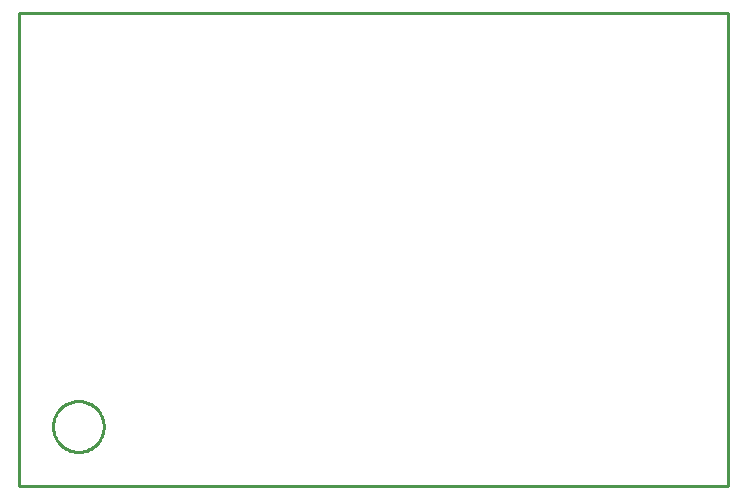
<source format=gbr>
G04 EAGLE Gerber RS-274X export*
G75*
%MOMM*%
%FSLAX34Y34*%
%LPD*%
%IN*%
%IPPOS*%
%AMOC8*
5,1,8,0,0,1.08239X$1,22.5*%
G01*
%ADD10C,0.254000*%


D10*
X0Y0D02*
X600000Y0D01*
X600000Y400000D01*
X0Y400000D01*
X0Y0D01*
X71500Y49350D02*
X71422Y48053D01*
X71265Y46764D01*
X71031Y45486D01*
X70720Y44224D01*
X70333Y42983D01*
X69872Y41769D01*
X69339Y40584D01*
X68735Y39433D01*
X68063Y38321D01*
X67325Y37252D01*
X66524Y36229D01*
X65662Y35257D01*
X64743Y34338D01*
X63771Y33476D01*
X62748Y32675D01*
X61679Y31937D01*
X60567Y31265D01*
X59416Y30661D01*
X58231Y30128D01*
X57017Y29667D01*
X55776Y29280D01*
X54515Y28969D01*
X53236Y28735D01*
X51947Y28578D01*
X50650Y28500D01*
X49350Y28500D01*
X48053Y28578D01*
X46764Y28735D01*
X45486Y28969D01*
X44224Y29280D01*
X42983Y29667D01*
X41769Y30128D01*
X40584Y30661D01*
X39433Y31265D01*
X38321Y31937D01*
X37252Y32675D01*
X36229Y33476D01*
X35257Y34338D01*
X34338Y35257D01*
X33476Y36229D01*
X32675Y37252D01*
X31937Y38321D01*
X31265Y39433D01*
X30661Y40584D01*
X30128Y41769D01*
X29667Y42983D01*
X29280Y44224D01*
X28969Y45486D01*
X28735Y46764D01*
X28578Y48053D01*
X28500Y49350D01*
X28500Y50650D01*
X28578Y51947D01*
X28735Y53236D01*
X28969Y54515D01*
X29280Y55776D01*
X29667Y57017D01*
X30128Y58231D01*
X30661Y59416D01*
X31265Y60567D01*
X31937Y61679D01*
X32675Y62748D01*
X33476Y63771D01*
X34338Y64743D01*
X35257Y65662D01*
X36229Y66524D01*
X37252Y67325D01*
X38321Y68063D01*
X39433Y68735D01*
X40584Y69339D01*
X41769Y69872D01*
X42983Y70333D01*
X44224Y70720D01*
X45486Y71031D01*
X46764Y71265D01*
X48053Y71422D01*
X49350Y71500D01*
X50650Y71500D01*
X51947Y71422D01*
X53236Y71265D01*
X54515Y71031D01*
X55776Y70720D01*
X57017Y70333D01*
X58231Y69872D01*
X59416Y69339D01*
X60567Y68735D01*
X61679Y68063D01*
X62748Y67325D01*
X63771Y66524D01*
X64743Y65662D01*
X65662Y64743D01*
X66524Y63771D01*
X67325Y62748D01*
X68063Y61679D01*
X68735Y60567D01*
X69339Y59416D01*
X69872Y58231D01*
X70333Y57017D01*
X70720Y55776D01*
X71031Y54515D01*
X71265Y53236D01*
X71422Y51947D01*
X71500Y50650D01*
X71500Y49350D01*
M02*

</source>
